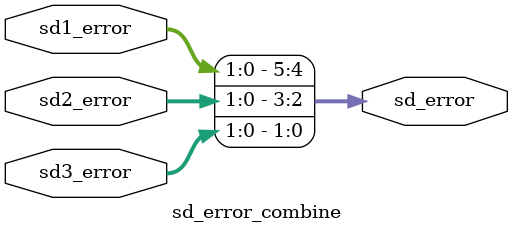
<source format=sv>
module sd_error_combine(
	input wire [1:0] sd1_error,
	input wire [1:0] sd2_error,
	input wire [1:0] sd3_error,
	output wire [5:0] sd_error
);

assign sd_error = {sd1_error, sd2_error, sd3_error};

endmodule

</source>
